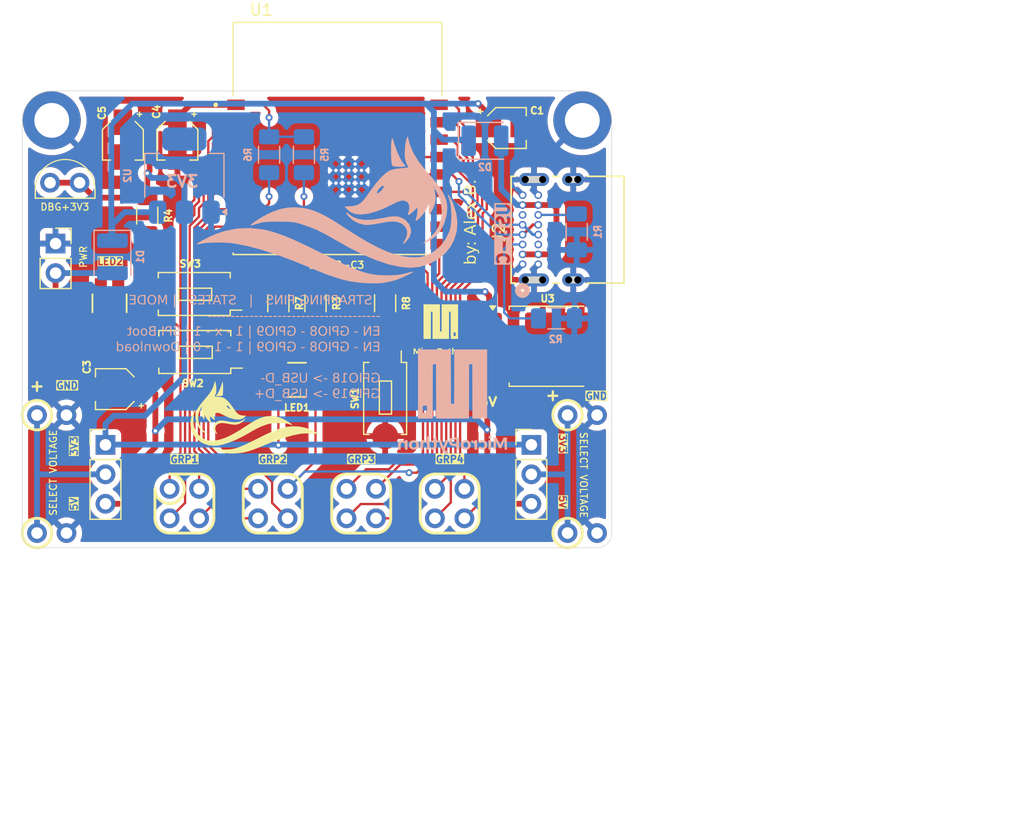
<source format=kicad_pcb>
(kicad_pcb (version 20241229) (generator "pcbnew") (generator_version "9.0")
  (layers (0 "F.Cu" signal) (2 "B.Cu" signal) (13 "F.Paste" user) (15 "B.Paste" user) (5 "F.SilkS" user "F.Silkscreen") (7 "B.SilkS" user "B.Silkscreen") (1 "F.Mask" user) (3 "B.Mask" user) (25 "Edge.Cuts" user))
  (net 0 "")
  (net 1 "/VCC1")
  (net 2 "GND")
  (net 3 "+5V")
  (net 4 "/VDC")
  (net 5 "Net-(J2-CC2)")
  (net 6 "EN")
  (net 7 "/IO8")
  (net 8 "/IO9")
  (net 9 "/IO6")
  (net 10 "/RXD")
  (net 11 "/IO7")
  (net 12 "/IO4")
  (net 13 "/IO3")
  (net 14 "3V3")
  (net 15 "/IO2")
  (net 16 "/IO0")
  (net 17 "/IO10")
  (net 18 "/IO1")
  (net 19 "/IO5")
  (net 20 "/TXD")
  (net 21 "Net-(J2-CC1)")
  (net 22 "USB_D-")
  (net 24 "USB_D+")
  (net 26 "/VCC2")
  (net 27 "Net-(LED1-GND-Pad1)")
  (net 28 "Net-(LED2-GRN)")
  (net 31 "Net-(LED1-GND-Pad4)")
  (net 32 "Net-(R8-Pad2)")
  (net 33 "VUSB")
  (net 34 "Net-(D2-A)")
  (footprint "Alexander Footprint Library:SW_PUSH_6x3.5mm" (layer "F.Cu") (at 143.74 80.15 -90)
    (property "Reference" "SW1")
    (property "Value" "SW_Push_SMD_6x3.5")
  )
  (footprint "Resistor_SMD:R_1206_3216Metric_Pad1.30x1.75mm_HandSolder" (layer "F.Cu") (at 137.74 75.2 -90)
    (property "Reference" "R3")
    (property "Value" "5k1")
  )
  (footprint "Alexander Footprint Library:Conn_Probe" (layer "F.Cu") (at 115.34 78.3 90)
    (property "Reference" "J7" (hide yes))
    (property "Value" "Debug_VIN")
  )
  (footprint "Alexander Footprint Library:Conn_Debug_1x02_P2.54mm" (layer "F.Cu") (at 114.865 64.8125 90)
    (property "Reference" "J6" (hide yes))
    (property "Value" "Debug_3V3")
  )
  (footprint "Alexander Footprint Library:USB-C_GCT CONN16_USB4085-GF-A" (layer "F.Cu") (at 155.582435 71.835557 90)
    (property "Reference" "J2")
    (property "Value" "USB-C_Receptacle_Data_16P_GCT-USB4085")
    (fp_line (start 7.299985 1.7293) (end 7.299985 0.2307) (stroke (width 0.6096)) (layer "Edge.Cuts"))
    (fp_line (start -1.35 1.729301) (end -1.35 0.230701) (stroke (width 0.6096)) (layer "Edge.Cuts"))
    (fp_line (start 7.299985 4.7587) (end 7.299985 3.9713) (stroke (width 0.6096)) (layer "Edge.Cuts"))
    (fp_line (start -1.349985 4.7587) (end -1.349985 3.9713) (stroke (width 0.6096)) (layer "Edge.Cuts"))
  )
  (footprint "LOGO" (layer "F.Cu") (at 132.54 85)
    (property "Reference" "G***" (hide yes))
    (property "Value" "LOGO" (hide yes))
  )
  (footprint "Alexander Footprint Library:LED_B1552_HVK-M" (layer "F.Cu") (at 136.14 81.8)
    (property "Reference" "LED1")
    (property "Value" "LED-RED-GREEN-B1552USUG20D")
  )
  (footprint "Capacitor_SMD:CP_Elec_3x5.3" (layer "F.Cu") (at 154.14 60.1)
    (property "Reference" "C1")
    (property "Value" "1uF")
  )
  (footprint "Resistor_SMD:R_1206_3216Metric_Pad1.30x1.75mm_HandSolder" (layer "F.Cu") (at 123.24 67.65 -90)
    (property "Reference" "R4")
    (property "Value" "10k")
  )
  (footprint "Resistor_SMD:R_1206_3216Metric_Pad1.30x1.75mm_HandSolder" (layer "F.Cu") (at 143.74 75.2 -90)
    (property "Reference" "R8")
    (property "Value" "2K2")
  )
  (footprint "Connector_PinHeader_2.54mm:PinHeader_1x03_P2.54mm_Vertical" (layer "F.Cu") (at 156.34 87.4)
    (property "Reference" "J4" (hide yes))
    (property "Value" "PWR_JMP")
  )
  (footprint "Resistor_SMD:R_1206_3216Metric_Pad1.30x1.75mm_HandSolder" (layer "F.Cu") (at 134.54 75.2 -90)
    (property "Reference" "R7")
    (property "Value" "5k1")
  )
  (footprint "LOGO" (layer "F.Cu") (at 148.54 77.4)
    (property "Reference" "G***" (hide yes))
    (property "Value" "LOGO" (hide yes))
  )
  (footprint "Package_TO_SOT_SMD:TO-252-2" (layer "F.Cu") (at 157.74 78.9025)
    (property "Reference" "U3")
    (property "Value" "L7805")
  )
  (footprint "Alexander Footprint Library:LED_B1552_HVK-M" (layer "F.Cu") (at 119.989999 75.2 -90)
    (property "Reference" "LED2")
    (property "Value" "EN")
  )
  (footprint "Alexander Footprint Library:SW_PUSH_6x3.5mm" (layer "F.Cu") (at 130.59 79.4 180)
    (property "Reference" "SW2")
    (property "Value" "SW_Push_SMD_6x3.5")
  )
  (footprint "Alexander Footprint Library:SW_PUSH_6x3.5mm" (layer "F.Cu") (at 130.54 74.4 180)
    (property "Reference" "SW3")
    (property "Value" "SW_Push_SMD_6x3.5")
  )
  (footprint "Connector_PinSocket_2.54mm:PinSocket_1x02_P2.54mm_Vertical" (layer "F.Cu") (at 115.34 70.06)
    (property "Reference" "J1" (hide yes))
    (property "Value" "PWR")
  )
  (footprint "Capacitor_SMD:CP_Elec_3x5.3" (layer "F.Cu") (at 121.14 61.1 -90)
    (property "Reference" "C5")
    (property "Value" "0.1uF")
  )
  (footprint "Capacitor_SMD:CP_Elec_3x5.3" (layer "F.Cu") (at 120.54 82.6 180)
    (property "Reference" "C3")
    (property "Value" "1uF")
  )
  (footprint "Alexander Footprint Library:BreadBoard-PowerAdapter-ESP32C3" (layer "F.Cu") (at 137.87 82.3)
    (property "Reference" "ESP32-C3")
    (property "Value" "16pins")
    (fp_line (start -25.4 12.7) (end -25.4 -22.86) (stroke (width 0.05)) (layer "Edge.Cuts"))
    (fp_line (start -24.13 13.97) (end 24.13 13.97) (stroke (width 0.05)) (layer "Edge.Cuts"))
    (fp_line (start -22.86 -25.4) (end 22.86 -25.4) (stroke (width 0.05)) (layer "Edge.Cuts"))
    (fp_line (start 25.4 -22.86) (end 25.4 12.7) (stroke (width 0.05)) (layer "Edge.Cuts"))
    (fp_arc (start -25.4 -22.86) (mid -24.656051 -24.656051) (end -22.86 -25.4) (stroke (width 0.05)) (layer "Edge.Cuts"))
    (fp_arc (start -24.13 13.97) (mid -25.028026 13.598026) (end -25.4 12.7) (stroke (width 0.05)) (layer "Edge.Cuts"))
    (fp_arc (start 22.86 -25.4) (mid 24.656051 -24.656051) (end 25.4 -22.86) (stroke (width 0.05)) (layer "Edge.Cuts"))
    (fp_arc (start 25.4 12.7) (mid 25.028026 13.598026) (end 24.13 13.97) (stroke (width 0.05)) (layer "Edge.Cuts"))
  )
  (footprint "Alexander Footprint Library:ESP32-C3-WROOM-02-H4" (layer "F.Cu") (at 139.64 61)
    (property "Reference" "U1")
    (property "Value" "ESP32-C3-WROOM-02-N4")
  )
  (footprint "Connector_PinHeader_2.54mm:PinHeader_1x03_P2.54mm_Vertical" (layer "F.Cu") (at 119.64 87.4)
    (property "Reference" "J3" (hide yes))
    (property "Value" "PWR_JMP")
  )
  (footprint "Capacitor_SMD:CP_Elec_3x5.3" (layer "F.Cu") (at 125.84 61.1 -90)
    (property "Reference" "C4")
    (property "Value" "10uF")
  )
  (footprint "Resistor_SMD:R_1206_3216Metric_Pad1.30x1.75mm_HandSolder" (layer "B.Cu") (at 136.74 62.4 -90)
    (property "Reference" "R5")
    (property "Value" "2K2")
  )
  (footprint "Diode_SMD:D_1210_3225Metric" (layer "B.Cu") (at 152.34 61.2)
    (property "Reference" "D2")
    (property "Value" "D")
  )
  (footprint "Resistor_SMD:R_1206_3216Metric_Pad1.30x1.75mm_HandSolder" (layer "B.Cu") (at 160.25 69.05 90)
    (property "Reference" "R1")
    (property "Value" "5k1")
  )
  (footprint "Resistor_SMD:R_1206_3216Metric_Pad1.30x1.75mm_HandSolder" (layer "B.Cu") (at 158.5 76.5 180)
    (property "Reference" "R2")
    (property "Value" "5k1")
  )
  (footprint "LOGO" (layer "B.Cu") (at 138.64 67.1 180)
    (property "Reference" "G***" (hide yes))
    (property "Value" "LOGO" (hide yes))
  )
  (footprint "Alexander Footprint Library:AMS1117 SOT-223" (layer "B.Cu") (at 126.44 64.2 90)
    (property "Reference" "U2")
    (property "Value" "AMS1117-3V3")
  )
  (footprint "Resistor_SMD:R_1206_3216Metric_Pad1.30x1.75mm_HandSolder" (layer "B.Cu") (at 133.74 62.4 -90)
    (property "Reference" "R6")
    (property "Value" "2K2")
  )
  (footprint "LOGO" (layer "B.Cu") (at 149.54 83.4 180)
    (property "Reference" "G***" (hide yes))
    (property "Value" "LOGO" (hide yes))
  )
  (footprint "Diode_SMD:D_1210_3225Metric" (layer "B.Cu") (at 120.24 71.2 -90)
    (property "Reference" "D1")
    (property "Value" "D")
  )
  (gr_circle (center 113.74 95) (end 115.01 95) (stroke (width 0.25)) (fill no) (layer "F.SilkS"))
  (gr_arc (start 125.17 89.92) (mid 126.068026 92.088026) (end 123.9 91.19) (stroke (width 0.25)) (layer "F.SilkS"))
  (gr_line (start 132.79 89.92) (end 135.33 89.92) (stroke (width 0.25)) (layer "F.SilkS"))
  (gr_line (start 148.03 95) (end 150.57 95) (stroke (width 0.25)) (layer "F.SilkS"))
  (gr_line (start 140.41 95) (end 142.95 95) (stroke (width 0.25)) (layer "F.SilkS"))
  (gr_arc (start 151.84 93.73) (mid 151.468026 94.628026) (end 150.57 95) (stroke (width 0.25)) (layer "F.SilkS"))
  (gr_arc (start 142.95 89.92) (mid 143.848026 90.291974) (end 144.22 91.19) (stroke (width 0.25)) (layer "F.SilkS"))
  (gr_arc (start 140.41 95) (mid 139.511974 94.628026) (end 139.14 93.73) (stroke (width 0.25)) (layer "F.SilkS"))
  (gr_arc (start 136.6 93.73) (mid 136.228026 94.628026) (end 135.33 95) (stroke (width 0.25)) (layer "F.SilkS"))
  (gr_arc (start 139.14 91.19) (mid 139.511974 90.291974) (end 140.41 89.92) (stroke (width 0.25)) (layer "F.SilkS"))
  (gr_line (start 148.03 89.92) (end 150.57 89.92) (stroke (width 0.25)) (layer "F.SilkS"))
  (gr_arc (start 131.52 91.19) (mid 131.891974 90.291974) (end 132.79 89.92) (stroke (width 0.25)) (layer "F.SilkS"))
  (gr_arc (start 132.79 95) (mid 131.891974 94.628026) (end 131.52 93.73) (stroke (width 0.25)) (layer "F.SilkS"))
  (gr_line (start 146.76 93.73) (end 146.76 91.19) (stroke (width 0.25)) (layer "F.SilkS"))
  (gr_line (start 139.14 93.73) (end 139.14 91.19) (stroke (width 0.25)) (layer "F.SilkS"))
  (gr_line (start 140.41 89.92) (end 142.95 89.92) (stroke (width 0.25)) (layer "F.SilkS"))
  (gr_line (start 131.52 93.73) (end 131.52 91.19) (stroke (width 0.25)) (layer "F.SilkS"))
  (gr_line (start 136.6 93.73) (end 136.6 91.19) (stroke (width 0.25)) (layer "F.SilkS"))
  (gr_circle (center 159.46 95) (end 160.73 95) (stroke (width 0.25)) (fill no) (layer "F.SilkS"))
  (gr_arc (start 127.71 89.92) (mid 128.608026 90.291974) (end 128.98 91.19) (stroke (width 0.25)) (layer "F.SilkS"))
  (gr_line (start 132.79 95) (end 135.33 95) (stroke (width 0.25)) (layer "F.SilkS"))
  (gr_circle (center 113.74 84.84) (end 115.01 84.84) (stroke (width 0.25)) (fill no) (layer "F.SilkS"))
  (gr_circle (center 159.46 84.84) (end 160.73 84.84) (stroke (width 0.25)) (fill no) (layer "F.SilkS"))
  (gr_line (start 125.17 89.92) (end 127.71 89.92) (stroke (width 0.25)) (layer "F.SilkS"))
  (gr_arc (start 135.33 89.92) (mid 136.228026 90.291974) (end 136.6 91.19) (stroke (width 0.25)) (layer "F.SilkS"))
  (gr_arc (start 148.03 95) (mid 147.131974 94.628026) (end 146.76 93.73) (stroke (width 0.25)) (layer "F.SilkS"))
  (gr_arc (start 150.57 89.92) (mid 151.468026 90.291974) (end 151.84 91.19) (stroke (width 0.25)) (layer "F.SilkS"))
  (gr_line (start 125.17 95) (end 127.71 95) (stroke (width 0.25)) (layer "F.SilkS"))
  (gr_arc (start 144.22 93.73) (mid 143.848026 94.628026) (end 142.95 95) (stroke (width 0.25)) (layer "F.SilkS"))
  (gr_line (start 123.9 93.73) (end 123.9 91.19) (stroke (width 0.25)) (layer "F.SilkS"))
  (gr_arc (start 128.98 93.73) (mid 128.608026 94.628026) (end 127.71 95) (stroke (width 0.25)) (layer "F.SilkS"))
  (gr_line (start 144.22 93.73) (end 144.22 91.19) (stroke (width 0.25)) (layer "F.SilkS"))
  (gr_arc (start 146.76 91.19) (mid 147.131974 90.291974) (end 148.03 89.92) (stroke (width 0.25)) (layer "F.SilkS"))
  (gr_line (start 151.84 93.73) (end 151.84 91.19) (stroke (width 0.25)) (layer "F.SilkS"))
  (gr_arc (start 125.17 95) (mid 124.271974 94.628026) (end 123.9 93.73) (stroke (width 0.25)) (layer "F.SilkS"))
  (gr_line (start 128.98 93.73) (end 128.98 91.19) (stroke (width 0.25)) (layer "F.SilkS"))
  (gr_text "DBG+3V3" (at 116.14 66.9 0) (layer "F.SilkS") (effects (font (size 0.6 0.6) (thickness 0.1))))
  (gr_text "GRP2" (at 134.06 88.65 0) (layer "F.SilkS" knockout) (effects (font (size 0.6 0.6) (thickness 0.15) (bold yes))))
  (gr_text "SELECT VOLTAGE" (at 160.84 90 -90) (layer "F.SilkS") (effects (font (size 0.6 0.6) (thickness 0.1))))
  (gr_text "GRP3" (at 141.68 88.65 0) (layer "F.SilkS" knockout) (effects (font (size 0.6 0.6) (thickness 0.15) (bold yes))))
  (gr_text "GND" (at 161.94 83.2 0) (layer "F.SilkS" knockout) (effects (font (size 0.6 0.6) (thickness 0.15) (bold yes))))
  (gr_text "5V" (at 159.04 92.3 270) (layer "F.SilkS" knockout) (effects (font (size 0.6 0.6) (thickness 0.12) (bold yes))))
  (gr_text "GRP1" (at 126.44 88.65 0) (layer "F.SilkS" knockout) (effects (font (size 0.6 0.6) (thickness 0.15) (bold yes))))
  (gr_text "3V3" (at 116.94 87.5 90) (layer "F.SilkS" knockout) (effects (font (size 0.6 0.6) (thickness 0.12) (bold yes))))
  (gr_text "+" (at 113.74 82.3 0) (layer "F.SilkS") (effects (font (size 1 1) (thickness 0.2) (bold yes))))
  (gr_text "PWR" (at 117.74 71.2 90) (layer "F.SilkS") (effects (font (size 0.6 0.6) (thickness 0.1))))
  (gr_text "SELECT VOLTAGE" (at 115.14 89.8 90) (layer "F.SilkS") (effects (font (size 0.6 0.6) (thickness 0.1))))
  (gr_text "by: Alex B." (at 151.14 68.2 90) (layer "F.SilkS") (effects (font (size 1 1) (thickness 0.1))))
  (gr_text "3V3" (at 159.04 87.3 270) (layer "F.SilkS" knockout) (effects (font (size 0.6 0.6) (thickness 0.12) (bold yes))))
  (gr_text "5V" (at 116.94 92.5 90) (layer "F.SilkS" knockout) (effects (font (size 0.6 0.6) (thickness 0.12) (bold yes))))
  (gr_text "5V" (at 152.602 83.697 0) (layer "F.SilkS") (effects (font (size 0.75 0.85) (thickness 0.1875) (bold yes))))
  (gr_text "GND" (at 116.34 82.3 0) (layer "F.SilkS" knockout) (effects (font (size 0.6 0.6) (thickness 0.15) (bold yes))))
  (gr_text "+" (at 158.19 83.1 0) (layer "F.SilkS") (effects (font (size 1 1) (thickness 0.2) (bold yes))))
  (gr_text "GRP4" (at 149.3 88.65 0) (layer "F.SilkS" knockout) (effects (font (size 0.6 0.6) (thickness 0.15) (bold yes))))
  (gr_text "USB-C" (at 153.94 69.2 90) (layer "B.SilkS" knockout) (effects (font (size 1 1) (thickness 0.25) (bold yes)) (justify mirror)))
  (gr_text "3V3" (at 126.24 64.7 0) (layer "B.SilkS") (effects (font (size 1 1) (thickness 0.2) (bold yes)) (justify mirror)))
  (gr_text "  STRAPPING PINS   |   STATES   | MODE\n-------------------------------------\nEN - GPIO8 - GPIO9 | 1 - x - 1 | SPI Boot\nEN - GPIO8 - GPIO9 | 1 - 1 - 0 | Download\n\nGPIO18 -> USB_D-\nGPIO19 -> USB_D+" (at 143.34 79 0) (layer "B.SilkS") (effects (font (size 0.8 0.8) (thickness 0.1)) (justify left mirror)))
  (segment (start 119.62 89.92) (end 119.64 89.94) (width 0.5) (layer "F.Cu") (net 1))
  (segment (start 113.74 84.84) (end 113.74 89.9) (width 0.5) (layer "B.Cu") (net 1))
  (segment (start 113.74 89.9) (end 113.74 95) (width 0.5) (layer "B.Cu") (net 1))
  (segment (start 113.78 89.94) (end 113.74 89.9) (width 0.5) (layer "B.Cu") (net 1))
  (segment (start 119.64 89.94) (end 113.78 89.94) (width 0.5) (layer "B.Cu") (net 1))
  (segment (start 152.54 81.3425) (end 152.7 81.1825) (width 0.5) (layer "F.Cu") (net 3))
  (segment (start 153.44 91.8) (end 154.12 92.48) (width 0.5) (layer "F.Cu") (net 3))
  (segment (start 123.94 86.2) (end 123.94 87.6) (width 0.5) (layer "F.Cu") (net 3))
  (segment (start 152.54 86.1) (end 152.54 89.2) (width 0.5) (layer "F.Cu") (net 3))
  (segment (start 123.94 83) (end 123.54 82.6) (width 0.5) (layer "F.Cu") (net 3))
  (segment (start 123.94 86.2) (end 123.94 83) (width 0.5) (layer "F.Cu") (net 3))
  (segment (start 152.54 89.2) (end 153.44 90.1) (width 0.5) (layer "F.Cu") (net 3))
  (segment (start 154.12 92.48) (end 156.34 92.48) (width 0.5) (layer "F.Cu") (net 3))
  (segment (start 122.34 89.2) (end 122.34 92) (width 0.5) (layer "F.Cu") (net 3))
  (segment (start 121.86 92.48) (end 119.64 92.48) (width 0.5) (layer "F.Cu") (net 3))
  (segment (start 123.94 87.6) (end 122.34 89.2) (width 0.5) (layer "F.Cu") (net 3))
  (segment (start 123.54 82.6) (end 122.04 82.6) (width 0.5) (layer "F.Cu") (net 3))
  (segment (start 152.54 86.1) (end 152.54 81.3425) (width 0.5) (layer "F.Cu") (net 3))
  (segment (start 122.34 92) (end 121.86 92.48) (width 0.5) (layer "F.Cu") (net 3))
  (segment (start 153.44 90.1) (end 153.44 91.8) (width 0.5) (layer "F.Cu") (net 3))
  (via (at 123.94 86.2) (size 0.6) (drill 0.3) (layers "F.Cu" "B.Cu") (net 3))
  (via (at 152.54 86.1) (size 0.6) (drill 0.3) (layers "F.Cu" "B.Cu") (net 3))
  (segment (start 151.64 85.2) (end 124.94 85.2) (width 0.5) (layer "B.Cu") (net 3))
  (segment (start 124.94 85.2) (end 123.94 86.2) (width 0.5) (layer "B.Cu") (net 3))
  (segment (start 152.54 86.1) (end 151.64 85.2) (width 0.5) (layer "B.Cu") (net 3))
  (segment (start 115.34 72.6) (end 115.34 78.3) (width 0.5) (layer "F.Cu") (net 4))
  (segment (start 115.34 72.6) (end 120.24 72.6) (width 0.5) (layer "B.Cu") (net 4))
  (segment (start 160.164445 67.585555) (end 160.25 67.5) (width 0.2) (layer "B.Cu") (net 5))
  (segment (start 156.932435 67.585555) (end 160.164445 67.585555) (width 0.2) (layer "B.Cu") (net 5))
  (segment (start 126.1 68.205884) (end 126.1 77.39) (width 0.2) (layer "F.Cu") (net 6))
  (segment (start 126.1 77.4) (end 126.1 83.4) (width 0.2) (layer "F.Cu") (net 6))
  (segment (start 126.1 88.1) (end 125.17 89.03) (width 0.2) (layer "F.Cu") (net 6))
  (segment (start 126.1 77.39) (end 126.1 77.4) (width 0.2) (layer "F.Cu") (net 6))
  (segment (start 128.9 59.9) (end 128.9 60.834314) (width 0.2) (layer "F.Cu") (net 6))
  (segment (start 125.17 89.03) (end 125.17 91.19) (width 0.2) (layer "F.Cu") (net 6))
  (segment (start 125.5102 76.8002) (end 126.1 77.39) (width 0.2) (layer "F.Cu") (net 6))
  (segment (start 127.7 64.637256) (end 127.3 65.037256) (width 0.2) (layer "F.Cu") (net 6))
  (segment (start 130.89 59.6) (end 129.2 59.6) (width 0.2) (layer "F.Cu") (net 6))
  (segment (start 127.3 66.27157) (end 126.9 66.67157) (width 0.2) (layer "F.Cu") (net 6))
  (segment (start 128.234314 62.734314) (end 128.234314 63.368628) (width 0.2) (layer "F.Cu") (net 6))
  (segment (start 129.2 59.6) (end 128.9 59.9) (width 0.2) (layer "F.Cu") (net 6))
  (segment (start 124.09 77.4002) (end 123.49 76.8002) (width 0.2) (layer "F.Cu") (net 6))
  (segment (start 127.3 65.037256) (end 127.3 66.27157) (width 0.2) (layer "F.Cu") (net 6))
  (segment (start 128.234314 63.368628) (end 127.7 63.902942) (width 0.2) (layer "F.Cu") (net 6))
  (segment (start 120.74 76.8002) (end 123.49 76.8002) (width 0.2) (layer "F.Cu") (net 6))
  (segment (start 128.9 60.834314) (end 128.5 61.234314) (width 0.2) (layer "F.Cu") (net 6))
  (segment (start 127.7 63.902942) (end 127.7 64.637256) (width 0.2) (layer "F.Cu") (net 6))
  (segment (start 128.5 62.468628) (end 128.234314 62.734314) (width 0.2) (layer "F.Cu") (net 6))
  (segment (start 124.09 79.4) (end 124.09 77.4002) (width 0.2) (layer "F.Cu") (net 6))
  (segment (start 126.9 66.67157) (end 126.9 67.405884) (width 0.2) (layer "F.Cu") (net 6))
  (segment (start 126.422942 67.882942) (end 126.1 68.205884) (width 0.2) (layer "F.Cu") (net 6))
  (segment (start 126.9 67.405884) (end 126.422942 67.882942) (width 0.2) (layer "F.Cu") (net 6))
  (segment (start 126.1 83.4) (end 126.1 88.1) (width 0.2) (layer "F.Cu") (net 6))
  (segment (start 123.49 76.8002) (end 125.5102 76.8002) (width 0.2) (layer "F.Cu") (net 6))
  (segment (start 128.5 61.234314) (end 128.5 62.468628) (width 0.2) (layer "F.Cu") (net 6))
  (segment (start 133.24 67.1) (end 130.89 67.1) (width 0.2) (layer "F.Cu") (net 7))
  (segment (start 128.1 69.034314) (end 128.1 87.602942) (width 0.2) (layer "F.Cu") (net 7))
  (segment (start 130.1 89.602942) (end 130.1 90.4) (width 0.2) (layer "F.Cu") (net 7))
  (segment (start 130.89 91.19) (end 132.79 91.19) (width 0.2) (layer "F.Cu") (net 7))
  (segment (start 133.74 66) (end 133.74 66.6) (width 0.2) (layer "F.Cu") (net 7))
  (segment (start 130.1 90.4) (end 130.89 91.19) (width 0.2) (layer "F.Cu") (net 7))
  (segment (start 128.1 87.602942) (end 130.1 89.602942) (width 0.2) (layer "F.Cu") (net 7))
  (segment (start 128.9 68.234314) (end 128.1 69.034314) (width 0.2) (layer "F.Cu") (net 7))
  (segment (start 133.74 66.6) (end 133.24 67.1) (width 0.2) (layer "F.Cu") (net 7))
  (segment (start 129.3 67.1) (end 128.9 67.5) (width 0.2) (layer "F.Cu") (net 7))
  (segment (start 130.89 67.1) (end 129.3 67.1) (width 0.2) (layer "F.Cu") (net 7))
  (segment (start 128.9 67.5) (end 128.9 68.234314) (width 0.2) (layer "F.Cu") (net 7))
  (via (at 133.74 66) (size 0.6) (drill 0.3) (layers "F.Cu" "B.Cu") (net 7))
  (segment (start 133.74 66) (end 133.74 63.95) (width 0.2) (layer "B.Cu") (net 7))
  (segment (start 136.14 68.6) (end 136.74 68) (width 0.2) (layer "F.Cu") (net 8))
  (segment (start 136.74 68) (end 136.74 66) (width 0.2) (layer "F.Cu") (net 8))
  (segment (start 128.9 74.4) (end 128.5 74.8) (width 0.2) (layer "F.Cu") (net 8))
  (segment (start 128.5 69.2) (end 128.5 74.8) (width 0.2) (layer "F.Cu") (net 8))
  (segment (start 128.5 87.437256) (end 130.962744 89.9) (width 0.2) (layer "F.Cu") (net 8))
  (segment (start 130.962744 89.9) (end 133.3 89.9) (width 0.2) (layer "F.Cu") (net 8))
  (segment (start 128.5 74.8) (end 128.5 87.437256) (width 0.2) (layer "F.Cu") (net 8))
  (segment (start 133.3 89.9) (end 134 90.6) (width 0.2) (layer "F.Cu") (net 8))
  (segment (start 130.89 68.6) (end 136.14 68.6) (width 0.2) (layer "F.Cu") (net 8))
  (segment (start 134 92.4) (end 135.33 93.73) (width 0.2) (layer "F.Cu") (net 8))
  (segment (start 130.54 74.4) (end 128.9 74.4) (width 0.2) (layer "F.Cu") (net 8))
  (segment (start 134 90.6) (end 134 92.4) (width 0.2) (layer "F.Cu") (net 8))
  (segment (start 129.1 68.6) (end 128.5 69.2) (width 0.2) (layer "F.Cu") (net 8))
  (segment (start 130.89 68.6) (end 129.1 68.6) (width 0.2) (layer "F.Cu") (net 8))
  (via (at 136.74 66) (size 0.6) (drill 0.3) (layers "F.Cu" "B.Cu") (net 8))
  (segment (start 136.74 66) (end 136.74 63.95) (width 0.2) (layer "B.Cu") (net 8))
  (segment (start 128.9 64.4) (end 128.9 65.134314) (width 0.2) (layer "F.Cu") (net 9))
  (segment (start 127.3 87.934314) (end 129.3 89.934314) (width 0.2) (layer "F.Cu") (net 9))
  (segment (start 128.1 67.902942) (end 127.3 68.702942) (width 0.2) (layer "F.Cu") (net 9))
  (segment (start 129.3 92.14) (end 127.71 93.73) (width 0.2) (layer "F.Cu") (net 9))
  (segment (start 127.3 68.702942) (end 127.3 87.934314) (width 0.2) (layer "F.Cu") (net 9))
  (segment (start 129.3 89.934314) (end 129.3 92.14) (width 0.2) (layer "F.Cu") (net 9))
  (segment (start 128.9 65.134314) (end 128.5 65.534314) (width 0.2) (layer "F.Cu") (net 9))
  (segment (start 128.5 65.534314) (end 128.5 66.768628) (width 0.2) (layer "F.Cu") (net 9))
  (segment (start 128.5 66.768628) (end 128.1 67.168628) (width 0.2) (layer "F.Cu") (net 9))
  (segment (start 129.2 64.1) (end 128.9 64.4) (width 0.2) (layer "F.Cu") (net 9))
  (segment (start 130.89 64.1) (end 129.2 64.1) (width 0.2) (layer "F.Cu") (net 9))
  (segment (start 128.1 67.168628) (end 128.1 67.902942) (width 0.2) (layer "F.Cu") (net 9))
  (segment (start 148.2 88.634314) (end 144.334314 92.5) (width 0.2) (layer "F.Cu") (net 10))
  (segment (start 149.74 68.6) (end 150.14 69) (width 0.2) (layer "F.Cu") (net 10))
  (segment (start 144.334314 92.5) (end 141.64 92.5) (width 0.2) (layer "F.Cu") (net 10))
  (segment (start 148.2 73.4) (end 148.2 88.634314) (width 0.2) (layer "F.Cu") (net 10))
  (segment (start 150.14 69) (end 150.14 71.46) (width 0.2) (layer "F.Cu") (net 10))
  (segment (start 150.14 71.46) (end 148.2 73.4) (width 0.2) (layer "F.Cu") (net 10))
  (segment (start 148.39 68.6) (end 149.74 68.6) (width 0.2) (layer "F.Cu") (net 10))
  (segment (start 141.64 92.5) (end 140.41 93.73) (width 0.2) (layer "F.Cu") (net 10))
  (segment (start 127.7 87.768628) (end 129.7 89.768628) (width 0.2) (layer "F.Cu") (net 11))
  (segment (start 127.7 68.868628) (end 127.7 87.768628) (width 0.2) (layer "F.Cu") (net 11))
  (segment (start 129.7 89.768628) (end 129.7 92.2) (width 0.2) (layer "F.Cu") (net 11))
  (segment (start 128.5 67.334314) (end 128.5 68.068628) (width 0.2) (layer "F.Cu") (net 11))
  (segment (start 129.7 92.2) (end 131.23 93.73) (width 0.2) (layer "F.Cu") (net 11))
  (segment (start 128.9 65.9) (end 128.9 66.934314) (width 0.2) (layer "F.Cu") (net 11))
  (segment (start 128.9 66.934314) (end 128.5 67.334314) (width 0.2) (layer "F.Cu") (net 11))
  (segment (start 128.5 68.068628) (end 127.7 68.868628) (width 0.2) (layer "F.Cu") (net 11))
  (segment (start 129.2 65.6) (end 128.9 65.9) (width 0.2) (layer "F.Cu") (net 11))
  (segment (start 130.89 65.6) (end 129.2 65.6) (width 0.2) (layer "F.Cu") (net 11))
  (segment (start 131.23 93.73) (end 132.79 93.73) (width 0.2) (layer "F.Cu") (net 11))
  (segment (start 126.5 92.4) (end 125.17 93.73) (width 0.2) (layer "F.Cu") (net 12))
  (segment (start 128.634314 63.534314) (end 128.1 64.068628) (width 0.2) (layer "F.Cu") (net 12))
  (segment (start 128.634314 62.9) (end 128.634314 63.534314) (width 0.2) (layer "F.Cu") (net 12))
  (segment (start 127.7 66.437256) (end 127.3 66.837256) (width 0.2) (layer "F.Cu") (net 12))
  (segment (start 127.7 65.202942) (end 127.7 66.437256) (width 0.2) (layer "F.Cu") (net 12))
  (segment (start 128.1 64.802942) (end 127.7 65.202942) (width 0.2) (layer "F.Cu") (net 12))
  (segment (start 130.89 61.1) (end 129.2 61.1) (width 0.2) (layer "F.Cu") (net 12))
  (segment (start 126.5 68.37157) (end 126.5 92.4) (width 0.2) (layer "F.Cu") (net 12))
  (segment (start 128.9 61.4) (end 128.9 62.634314) (width 0.2) (layer "F.Cu") (net 12))
  (segment (start 129.2 61.1) (end 128.9 61.4) (width 0.2) (layer "F.Cu") (net 12))
  (segment (start 128.1 64.068628) (end 128.1 64.802942) (width 0.2) (layer "F.Cu") (net 12))
  (segment (start 127.3 67.57157) (end 126.5 68.37157) (width 0.2) (layer "F.Cu") (net 12))
  (segment (start 127.3 66.837256) (end 127.3 67.57157) (width 0.2) (layer "F.Cu") (net 12))
  (segment (start 128.9 62.634314) (end 128.634314 62.9) (width 0.2) (layer "F.Cu") (net 12))
  (segment (start 148.39 62.6) (end 149.6 62.6) (width 0.2) (layer "F.Cu") (net 13))
  (segment (start 151.3 66.54) (end 150.94 66.9) (width 0.2) (layer "F.Cu") (net 13))
  (segment (start 151.3 65.051471) (end 151.3 66.54) (width 0.2) (layer "F.Cu") (net 13))
  (segment (start 149 73.765686) (end 149 90.22) (width 0.2) (layer "F.Cu") (net 13))
  (segment (start 149 90.22) (end 148.03 91.19) (width 0.2) (layer "F.Cu") (net 13))
  (segment (start 150.94 71.825686) (end 149 73.765686) (width 0.2) (layer "F.Cu") (net 13))
  (segment (start 147.14 62.6) (end 148.39 62.6) (width 0.2) (layer "F.Cu") (net 13))
  (segment (start 146.4 64.434314) (end 146.74 64.094314) (width 0.2) (layer "F.Cu") (net 13))
  (segment (start 146.74 63) (end 147.14 62.6) (width 0.2) (layer "F.Cu") (net 13))
  (segment (start 146.1 69.44) (end 146.1 65.668628) (width 0.2) (layer "F.Cu") (net 13))
  (segment (start 150.1 63.1) (end 150.1 63.851471) (width 0.2) (layer "F.Cu") (net 13))
  (segment (start 146.4 65.368628) (end 146.4 64.434314) (width 0.2) (layer "F.Cu") (net 13))
  (segment (start 146.1 65.668628) (end 146.4 65.368628) (width 0.2) (layer "F.Cu") (net 13))
  (segment (start 150.94 66.9) (end 150.94 71.825686) (width 0.2) (layer "F.Cu") (net 13))
  (segment (start 149.6 62.6) (end 150.1 63.1) (width 0.2) (layer "F.Cu") (net 13))
  (segment (start 150.1 63.851471) (end 151.3 65.051471) (width 0.2) (layer "F.Cu") (net 13))
  (segment (start 146.74 64.094314) (end 146.74 63) (width 0.2) (layer "F.Cu") (net 13))
  (segment (start 143.74 73.65) (end 143.74 71.8) (width 0.2) (layer "F.Cu") (net 13))
  (segment (start 143.74 71.8) (end 146.1 69.44) (width 0.2) (layer "F.Cu") (net 13))
  (segment (start 133.24 58.1) (end 130.89 58.1) (width 0.2) (layer "F.Cu") (net 14))
  (segment (start 118.6925 66.1) (end 117.405 64.8125) (width 0.5) (layer "F.Cu") (net 14))
  (segment (start 123.94 59.6) (end 121.14 59.6) (width 0.5) (layer "F.Cu") (net 14))
  (segment (start 123.24 66.1) (end 118.6925 66.1) (width 0.5) (layer "F.Cu") (net 14))
  (segment (start 133.74 58.6) (end 133.24 58.1) (width 0.2) (layer "F.Cu") (net 14))
  (segment (start 134.5398 82.550001) (end 134.5398 87.4298) (width 0.2) (layer "F.Cu") (net 14))
  (segment (start 123.44 60.1) (end 123.94 59.6) (width 0.5) (layer "F.Cu") (net 14))
  (segment (start 126.94 58.1) (end 130.89 58.1) (width 0.5) (layer "F.Cu") (net 14))
  (segment (start 126.94 58.1) (end 125.44 59.6) (width 0.5) (layer "F.Cu") (net 14))
  (segment (start 123.24 66.1) (end 123.24 64) (width 0.5) (layer "F.Cu") (net 14))
  (segment (start 123.44 63.8) (end 123.44 60.1) (width 0.5) (layer "F.Cu") (net 14))
  (segment (start 125.44 59.6) (end 123.94 59.6) (width 0.5) (layer "F.Cu") (net 14))
  (segment (start 117.405 64.8125) (end 114.865 64.8125) (width 0.5) (layer "F.Cu") (net 14))
  (segment (start 133.74 59.2) (end 133.74 58.6) (width 0.2) (layer "F.Cu") (net 14))
  (segment (start 123.24 64) (end 123.44 63.8) (width 0.5) (layer "F.Cu") (net 14))
  (segment (start 134.5398 87.4298) (end 134.54 87.43) (width 0.2) (layer "F.Cu") (net 14))
  (via (at 123.24 64) (size 0.6) (drill 0.3) (layers "F.Cu" "B.Cu") (net 14))
  (via (at 133.74 59.2) (size 0.6) (drill 0.3) (layers "F.Cu" "B.Cu") (net 14))
  (via (at 134.54 87.43) (size 0.6) (drill 0.3) (layers "F.Cu" "B.Cu") (net 14))
  (segment (start 123.04 84.9) (end 120.34 84.9) (width 0.5) (layer "B.Cu") (net 14))
  (segment (start 120.34 84.9) (end 119.64 85.6) (width 0.5) (layer "B.Cu") (net 14))
  (segment (start 133.74 60.85) (end 133.74 59.2) (width 0.2) (layer "B.Cu") (net 14))
  (segment (start 126.44 67.35) (end 126.44 81.5) (width 0.5) (layer "B.Cu") (net 14))
  (segment (start 156.32 87.38) (end 156.34 87.4) (width 0.5) (layer "B.Cu") (net 14))
  (segment (start 123.64 64.4) (end 123.24 64) (width 0.5) (layer "B.Cu") (net 14))
  (segment (start 126.44 81.5) (end 123.04 84.9) (width 0.5) (layer "B.Cu") (net 14))
  (segment (start 155.665 87.4) (end 155.64 87.375) (width 0.5) (layer "B.Cu") (net 14))
  (segment (start 126.44 67.35) (end 126.44 65.1) (width 0.5) (layer "B.Cu") (net 14))
  (segment (start 119.64 85.6) (end 119.64 87.4) (width 0.5) (layer "B.Cu") (net 14))
  (segment (start 156.34 87.4) (end 155.665 87.4) (width 0.5) (layer "B.Cu") (net 14))
  (segment (start 136.74 60.85) (end 133.74 60.85) (width 0.2) (layer "B.Cu") (net 14))
  (segment (start 125.74 64.4) (end 123.64 64.4) (width 0.5) (layer "B.Cu") (net 14))
  (segment (start 119.64 87.4) (end 119.66 87.38) (width 0.5) (layer "B.Cu") (net 14))
  (segment (start 119.66 87.38) (end 156.32 87.38) (width 0.5) (layer "B.Cu") (net 14))
  (segment (start 126.44 65.1) (end 125.74 64.4) (width 0.5) (layer "B.Cu") (net 14))
  (segment (start 151.7 64.885785) (end 150.5 63.685785) (width 0.2) (layer "F.Cu") (net 15))
  (segment (start 149.5 61.1) (end 148.39 61.1) (width 0.2) (layer "F.Cu") (net 15))
  (segment (start 148.03 93.73) (end 149.4 92.36) (width 0.2) (layer "F.Cu") (net 15))
  (segment (start 150.5 62.934314) (end 150 62.434314) (width 0.2) (layer "F.Cu") (net 15))
  (segment (start 150 62.434314) (end 150 61.6) (width 0.2) (layer "F.Cu") (net 15))
  (segment (start 149.4 73.931372) (end 151.34 71.991372) (width 0.2) (layer "F.Cu") (net 15))
  (segment (start 149.4 92.36) (end 149.4 73.931372) (width 0.2) (layer "F.Cu") (net 15))
  (segment (start 150.5 63.685785) (end 150.5 62.934314) (width 0.2) (layer "F.Cu") (net 15))
  (segment (start 151.34 71.991372) (end 151.34 67.065686) (width 0.2) (layer "F.Cu") (net 15))
  (segment (start 151.7 66.705686) (end 151.7 64.885785) (width 0.2) (layer "F.Cu") (net 15))
  (segment (start 151.34 67.065686) (end 151.7 66.705686) (width 0.2) (layer "F.Cu") (net 15))
  (segment (start 150 61.6) (end 149.5 61.1) (width 0.2) (layer "F.Cu") (net 15))
  (segment (start 151.3 62.602942) (end 151.3 63.354413) (width 0.2) (layer "F.Cu") (net 16))
  (segment (start 150.2 88.6) (end 152.2 90.6) (width 0.2) (layer "F.Cu") (net 16))
  (segment (start 150.1 59.434314) (end 150.5 59.834314) (width 0.2) (layer "F.Cu") (net 16))
  (segment (start 150.5 59.834314) (end 150.5 60.968628) (width 0.2) (layer "F.Cu") (net 16))
  (segment (start 152.2 90.6) (end 152.2 92.1) (width 0.2) (layer "F.Cu") (net 16))
  (segment (start 152.2 92.1) (end 150.57 93.73) (width 0.2) (layer "F.Cu") (net 16))
  (segment (start 152.14 72.36) (end 150.2 74.3) (width 0.2) (layer "F.Cu") (net 16))
  (segment (start 152.5 67.105686) (end 152.14 67.465686) (width 0.2) (layer "F.Cu") (net 16))
  (segment (start 150.1 58.5) (end 150.1 59.434314) (width 0.2) (layer "F.Cu") (net 16))
  (segment (start 150.8 62.102942) (end 151.3 62.602942) (width 0.2) (layer "F.Cu") (net 16))
  (segment (start 148.39 58.1) (end 149.7 58.1) (width 0.2) (layer "F.Cu") (net 16))
  (segment (start 152.5 64.554413) (end 152.5 67.105686) (width 0.2) (layer "F.Cu") (net 16))
  (segment (start 151.3 63.354413) (end 152.5 64.554413) (width 0.2) (layer "F.Cu") (net 16))
  (segment (start 152.14 67.465686) (end 152.14 72.36) (width 0.2) (layer "F.Cu") (net 16))
  (segment (start 150.8 61.268628) (end 150.8 62.102942) (width 0.2) (layer "F.Cu") (net 16))
  (segment (start 149.7 58.1) (end 150.1 58.5) (width 0.2) (layer "F.Cu") (net 16))
  (segment (start 150.2 74.3) (end 150.2 88.6) (width 0.2) (layer "F.Cu") (net 16))
  (segment (start 150.5 60.968628) (end 150.8 61.268628) (width 0.2) (layer "F.Cu") (net 16))
  (segment (start 147.8 88.468628) (end 147.8 73.234314) (width 0.2) (layer "F.Cu") (net 17))
  (segment (start 145.8 89.8) (end 146.468628 89.8) (width 0.2) (layer "F.Cu") (net 17))
  (segment (start 146.468628 89.8) (end 147.8 88.468628) (width 0.2) (layer "F.Cu") (net 17))
  (segment (start 148.4 72.634314) (end 148.4 70.11) (width 0.2) (layer "F.Cu") (net 17))
  (segment (start 137.74 82.550201) (end 137.74 88.78) (width 0.2) (layer "F.Cu") (net 17))
  (segment (start 137.7402 82.550001) (end 137.74 82.550201) (width 0.2) (layer "F.Cu") (net 17))
  (segment (start 148.4 70.11) (end 148.39 70.1) (width 0.2) (layer "F.Cu") (net 17))
  (segment (start 147.8 73.234314) (end 148.4 72.634314) (width 0.2) (layer "F.Cu") (net 17))
  (segment (start 137.74 88.78) (end 135.33 91.19) (width 0.2) (layer "F.Cu") (net 17))
  (via (at 145.8 89.8) (size 0.6) (drill 0.3) (layers "F.Cu" "B.Cu") (net 17))
  (segment (start 145.7 89.7) (end 136.82 89.7) (width 0.2) (layer "B.Cu") (net 17))
  (segment (start 145.8 89.8) (end 145.7 89.7) (width 0.2) (layer "B.Cu") (net 17))
  (segment (start 136.82 89.7) (end 135.33 91.19) (width 0.2) (layer "B.Cu") (net 17))
  (segment (start 150.9 63.520099) (end 152.1 64.720099) (width 0.2) (layer "F.Cu") (net 18))
  (segment (start 150.1 60) (end 150.1 61.134314) (width 0.2) (layer "F.Cu") (net 18))
  (segment (start 149.7 59.6) (end 150.1 60) (width 0.2) (layer "F.Cu") (net 18))
  (segment (start 150.57 89.57) (end 150.57 91.19) (width 0.2) (layer "F.Cu") (net 18))
  (segment (start 152.1 64.720099) (end 152.1 66.94) (width 0.2) (layer "F.Cu") (net 18))
  (segment (start 150.4 62.268628) (end 150.9 62.768628) (width 0.2) (layer "F.Cu") (net 18))
  (segment (start 149.8 88.8) (end 150.57 89.57) (width 0.2) (layer "F.Cu") (net 18))
  (segment (start 152.1 66.94) (end 151.74 67.3) (width 0.2) (layer "F.Cu") (net 18))
  (segment (start 149.8 74.1) (end 149.8 88.8) (width 0.2) (layer "F.Cu") (net 18))
  (segment (start 150.9 62.768628) (end 150.9 63.520099) (width 0.2) (layer "F.Cu") (net 18))
  (segment (start 151.74 72.16) (end 149.8 74.1) (width 0.2) (layer "F.Cu") (net 18))
  (segment (start 148.39 59.6) (end 149.7 59.6) (width 0.2) (layer "F.Cu") (net 18))
  (segment (start 151.74 67.3) (end 151.74 72.16) (width 0.2) (layer "F.Cu") (net 18))
  (segment (start 150.4 61.434314) (end 150.4 62.268628) (width 0.2) (layer "F.Cu") (net 18))
  (segment (start 150.1 61.134314) (end 150.4 61.434314) (width 0.2) (layer "F.Cu") (net 18))
  (segment (start 127.71 88.91) (end 127.71 91.19) (width 0.2) (layer "F.Cu") (net 19))
  (segment (start 128.1 65.368628) (end 128.1 66.602942) (width 0.2) (layer "F.Cu") (net 19))
  (segment (start 127.7 67.002942) (end 127.7 67.737256) (width 0.2) (layer "F.Cu") (net 19))
  (segment (start 127.7 67.737256) (end 126.9 68.537256) (width 0.2) (layer "F.Cu") (net 19))
  (segment (start 129.034314 63.7) (end 128.5 64.234314) (width 0.2) (layer "F.Cu") (net 19))
  (segment (start 129.034314 63.065686) (end 129.034314 63.7) (width 0.2) (layer "F.Cu") (net 19))
  (segment (start 128.5 64.968628) (end 128.1 65.368628) (width 0.2) (layer "F.Cu") (net 19))
  (segment (start 128.1 66.602942) (end 127.7 67.002942) (width 0.2) (layer "F.Cu") (net 19))
  (segment (start 130.89 62.6) (end 129.5 62.6) (width 0.2) (layer "F.Cu") (net 19))
  (segment (start 126.9 68.537256) (end 126.9 88.1) (width 0.2) (layer "F.Cu") (net 19))
  (segment (start 129.5 62.6) (end 129.034314 63.065686) (width 0.2) (layer "F.Cu") (net 19))
  (segment (start 128.5 64.234314) (end 128.5 64.968628) (width 0.2) (layer "F.Cu") (net 19))
  (segment (start 126.9 88.1) (end 127.71 88.91) (width 0.2) (layer "F.Cu") (net 19))
  (segment (start 145.1 93.4) (end 145.1 92.3) (width 0.2) (layer "F.Cu") (net 20))
  (segment (start 149.64 67.1) (end 148.39 67.1) (width 0.2) (layer "F.Cu") (net 20))
  (segment (start 150.54 71.66) (end 150.54 68) (width 0.2) (layer "F.Cu") (net 20))
  (segment (start 150.54 68) (end 149.64 67.1) (width 0.2) (layer "F.Cu") (net 20))
  (segment (start 148.6 88.8) (end 148.6 73.6) (width 0.2) (layer "F.Cu") (net 20))
  (segment (start 145.1 92.3) (end 148.6 88.8) (width 0.2) (layer "F.Cu") (net 20))
  (segment (start 148.6 73.6) (end 150.54 71.66) (width 0.2) (layer "F.Cu") (net 20))
  (segment (start 144.77 93.73) (end 145.1 93.4) (width 0.2) (layer "F.Cu") (net 20))
  (segment (start 142.95 93.73) (end 144.77 93.73) (width 0.2) (layer "F.Cu") (net 20))
  (segment (start 154.364442 70.135558) (end 154 70.5) (width 0.2) (layer "B.Cu") (net 21))
  (segment (start 154 70.5) (end 154 76) (width 0.2) (layer "B.Cu") (net 21))
  (segment (start 154 76) (end 154.5 76.5) (width 0.2) (layer "B.Cu") (net 21))
  (segment (start 154.5 76.5) (end 156.95 76.5) (width 0.2) (layer "B.Cu") (net 21))
  (segment (start 155.582435 70.135558) (end 154.364442 70.135558) (width 0.2) (layer "B.Cu") (net 21))
  (segment (start 150.7 65.6) (end 148.39 65.6) (width 0.2) (layer "F.Cu") (net 22))
  (segment (start 145.04 89.1) (end 142.95 91.19) (width 0.2) (layer "F.Cu") (net 22))
  (segment (start 146.565685 89.1) (end 145.04 89.1) (width 0.2) (layer "F.Cu") (net 22))
  (segment (start 148.39 65.6) (end 147.3 65.6) (width 0.2) (layer "F.Cu") (net 22))
  (segment (start 147.4 88.265685) (end 146.565685 89.1) (width 0.2) (layer "F.Cu") (net 22))
  (segment (start 146.9 66) (end 146.9 72.1) (width 0.2) (layer "F.Cu") (net 22))
  (segment (start 146.9 72.1) (end 147.4 72.6) (width 0.2) (layer "F.Cu") (net 22))
  (segment (start 147.4 72.6) (end 147.4 88.265685) (width 0.2) (layer "F.Cu") (net 22))
  (segment (start 147.3 65.6) (end 146.9 66) (width 0.2) (layer "F.Cu") (net 22))
  (via (at 150.7 65.6) (size 0.6) (drill 0.3) (layers "F.Cu" "B.Cu") (net 22))
  (segment (start 153.535556 68.435556) (end 155.582435 68.435556) (width 0.2) (layer "B.Cu") (net 22))
  (segment (start 155.623672 68.435556) (end 155.582435 68.435556) (width 0.2) (layer "B.Cu") (net 22))
  (segment (start 156.473673 69.285557) (end 155.623672 68.435556) (width 0.25) (layer "B.Cu") (net 22))
  (segment (start 150.7 65.6) (end 153.535556 68.435556) (width 0.2) (layer "B.Cu") (net 22))
  (segment (start 156.932435 69.285557) (end 156.473673 69.285557) (width 0.25) (layer "B.Cu") (net 22))
  (segment (start 146.5 72.265686) (end 147 72.765686) (width 0.2) (layer "F.Cu") (net 24))
  (segment (start 155.623672 69.285557) (end 155.582435 69.285557) (width 0.2) (layer "F.Cu") (net 24))
  (segment (start 144.074314 89.5) (end 142.1 89.5) (width 0.2) (layer "F.Cu") (net 24))
  (segment (start 146.5 65.834314) (end 146.5 72.265686) (width 0.2) (layer "F.Cu") (net 24))
  (segment (start 144.874314 88.7) (end 144.074314 89.5) (width 0.2) (layer "F.Cu") (net 24))
  (segment (start 150.1 64.7) (end 149.5 64.1) (width 0.2) (layer "F.Cu") (net 24))
  (segment (start 146.8 64.6) (end 146.8 65.534314) (width 0.2) (layer "F.Cu") (net 24))
  (segment (start 147.3 64.1) (end 146.8 64.6) (width 0.2) (layer "F.Cu") (net 24))
  (segment (start 148.39 64.1) (end 147.3 64.1) (width 0.2) (layer "F.Cu") (net 24))
  (segment (start 156.473673 68.435556) (end 155.623672 69.285557) (width 0.25) (layer "F.Cu") (net 24))
  (segment (start 147 72.765686) (end 147 88.1) (width 0.2) (layer "F.Cu") (net 24))
  (segment (start 147 88.1) (end 146.4 88.7) (width 0.2) (layer "F.Cu") (net 24))
  (segment (start 142.1 89.5) (end 140.41 91.19) (width 0.2) (layer "F.Cu") (net 24))
  (segment (start 146.8 65.534314) (end 146.5 65.834314) (width 0.2) (layer "F.Cu") (net 24))
  (segment (start 156.932435 68.435556) (end 156.473673 68.435556) (width 0.25) (layer "F.Cu") (net 24))
  (segment (start 146.4 88.7) (end 144.874314 88.7) (width 0.2) (layer "F.Cu") (net 24))
  (segment (start 149.5 64.1) (end 148.39 64.1) (width 0.2) (layer "F.Cu") (net 24))
  (via (at 150.1 64.7) (size 0.6) (drill 0.3) (layers "F.Cu" "B.Cu") (net 24))
  (segment (start 150.1 65.9) (end 153.485557 69.285557) (width 0.2) (layer "B.Cu") (net 24))
  (segment (start 150.1 64.7) (end 150.1 65.9) (width 0.2) (layer "B.Cu") (net 24))
  (segment (start 153.485557 69.285557) (end 155.582435 69.285557) (width 0.2) (layer "B.Cu") (net 24))
  (segment (start 159.42 89.94) (end 159.46 89.9) (width 0.5) (layer "B.Cu") (net 26))
  (segment (start 159.46 89.9) (end 159.46 95) (width 0.5) (layer "B.Cu") (net 26))
  (segment (start 156.34 89.94) (end 159.42 89.94) (width 0.5) (layer "B.Cu") (net 26))
  (segment (start 159.46 84.84) (end 159.46 89.9) (width 0.5) (layer "B.Cu") (net 26))
  (segment (start 134.54 76.75) (end 134.54 81.049799) (width 0.2) (layer "F.Cu") (net 27))
  (segment (start 134.54 81.049799) (end 134.5398 81.049999) (width 0.2) (layer "F.Cu") (net 27))
  (segment (start 123.24 69.2) (end 123.24 70.3) (width 0.2) (layer "F.Cu") (net 28))
  (segment (start 121.665 75.2) (end 119.74 75.2) (width 0.2) (layer "F.Cu") (net 28))
  (segment (start 122.14 71.4) (end 122.14 74.725) (width 0.2) (layer "F.Cu") (net 28))
  (segment (start 119.74 75.2) (end 119.239998 75.700002) (width 0.2) (layer "F.Cu") (net 28))
  (segment (start 123.24 70.3) (end 122.14 71.4) (width 0.2) (layer "F.Cu") (net 28))
  (segment (start 119.239998 75.700002) (end 119.239998 76.8002) (width 0.2) (layer "F.Cu") (net 28))
  (segment (start 122.14 74.725) (end 121.665 75.2) (width 0.2) (layer "F.Cu") (net 28))
  (segment (start 137.74 76.75) (end 137.74 81.049799) (width 0.2) (layer "F.Cu") (net 31))
  (segment (start 137.74 81.049799) (end 137.7402 81.049999) (width 0.2) (layer "F.Cu") (net 31))
  (segment (start 143.74 80.15) (end 143.74 76.75) (width 0.2) (layer "F.Cu") (net 32))
  (segment (start 152.7 74.56) (end 152.34 74.2) (width 0.5) (layer "F.Cu") (net 33))
  (segment (start 152.64 58.89) (end 151.75 58) (width 0.5) (layer "F.Cu") (net 33))
  (segment (start 152.64 60.1) (end 152.64 58.89) (width 0.5) (layer "F.Cu") (net 33))
  (segment (start 152.7 76.6225) (end 152.7 74.56) (width 0.5) (layer "F.Cu") (net 33))
  (via (at 152.34 74.2) (size 0.6) (drill 0.3) (layers "F.Cu" "B.Cu") (net 33))
  (via (at 151.75 58) (size 0.6) (drill 0.3) (layers "F.Cu" "B.Cu") (net 33))
  (segment (start 147.94 73.2) (end 147.94 60.3) (width 0.5) (layer "B.Cu") (net 33))
  (segment (start 120.24 68.4) (end 121.29 67.35) (width 0.5) (layer "B.Cu") (net 33))
  (segment (start 120.14 69.7) (end 120.24 69.8) (width 0.5) (layer "B.Cu") (net 33))
  (segment (start 152.34 74.2) (end 148.94 74.2) (width 0.5) (layer "B.Cu") (net 33))
  (segment (start 147.94 60.3) (end 147.94 58.7) (width 0.5) (layer "B.Cu") (net 33))
  (segment (start 151.75 58) (end 121.94 58) (width 0.5) (layer "B.Cu") (net 33))
  (segment (start 121.29 67.35) (end 124.14 67.35) (width 0.5) (layer "B.Cu") (net 33))
  (segment (start 147.94 58.7) (end 147.24 58) (width 0.5) (layer "B.Cu") (net 33))
  (segment (start 148.94 74.2) (end 147.94 73.2) (width 0.5) (layer "B.Cu") (net 33))
  (segment (start 147.94 60.3) (end 148.74 61.1) (width 0.5) (layer "B.Cu") (net 33))
  (segment (start 120.24 69.8) (end 120.24 68.4) (width 0.5) (layer "B.Cu") (net 33))
  (segment (start 120.14 59.8) (end 120.14 69.7) (width 0.5) (layer "B.Cu") (net 33))
  (segment (start 148.74 61.1) (end 150.94 61.1) (width 0.5) (layer "B.Cu") (net 33))
  (segment (start 121.94 58) (end 120.14 59.8) (width 0.5) (layer "B.Cu") (net 33))
  (segment (start 158.5 70.75) (end 158.264444 70.985556) (width 0.5) (layer "F.Cu") (net 34))
  (segment (start 158.235557 66.735557) (end 158.5 67) (width 0.5) (layer "F.Cu") (net 34))
  (segment (start 155.582435 70.985556) (end 156.932435 70.985556) (width 0.5) (layer "F.Cu") (net 34))
  (segment (start 158.5 67) (end 158.5 70.75) (width 0.5) (layer "F.Cu") (net 34))
  (segment (start 155.582435 66.735557) (end 156.932435 66.735557) (width 0.5) (layer "F.Cu") (net 34))
  (segment (start 156.932435 66.735557) (end 158.235557 66.735557) (width 0.5) (layer "F.Cu") (net 34))
  (segment (start 158.264444 70.985556) (end 156.932435 70.985556) (width 0.5) (layer "F.Cu") (net 34))
  (segment (start 155.582435 66.735557) (end 155.115462 66.735557) (width 0.5) (layer "B.Cu") (net 34))
  (segment (start 153.74 65.360095) (end 153.74 61.1) (width 0.5) (layer "B.Cu") (net 34))
  (segment (start 155.115462 66.735557) (end 153.74 65.360095) (width 0.5) (layer "B.Cu") (net 34))
  (zone (net 2) (net_name "GND") (layer "F.Cu") (connect_pads (clearance 0.5)) (min_thickness 0.25) (fill yes (thermal_gap 0.5) (thermal_bridge_width 0.5) (island_removal_mode 1) (island_area_min 10))
    (polygon (pts (xy 112.05 53.35) (xy 164.65 53.35) (xy 164.4 97.4) (xy 111.2 97.2)))
  )
  (zone (net 2) (net_name "GND") (layer "B.Cu") (priority 1) (connect_pads (clearance 0.5)) (min_thickness 0.25) (fill yes (thermal_gap 0.5) (thermal_bridge_width 0.5))
    (polygon (pts (xy 111.8 52.85) (xy 164.4 52.85) (xy 164.4 97.4) (xy 111.6 97.2)))
  )
)
</source>
